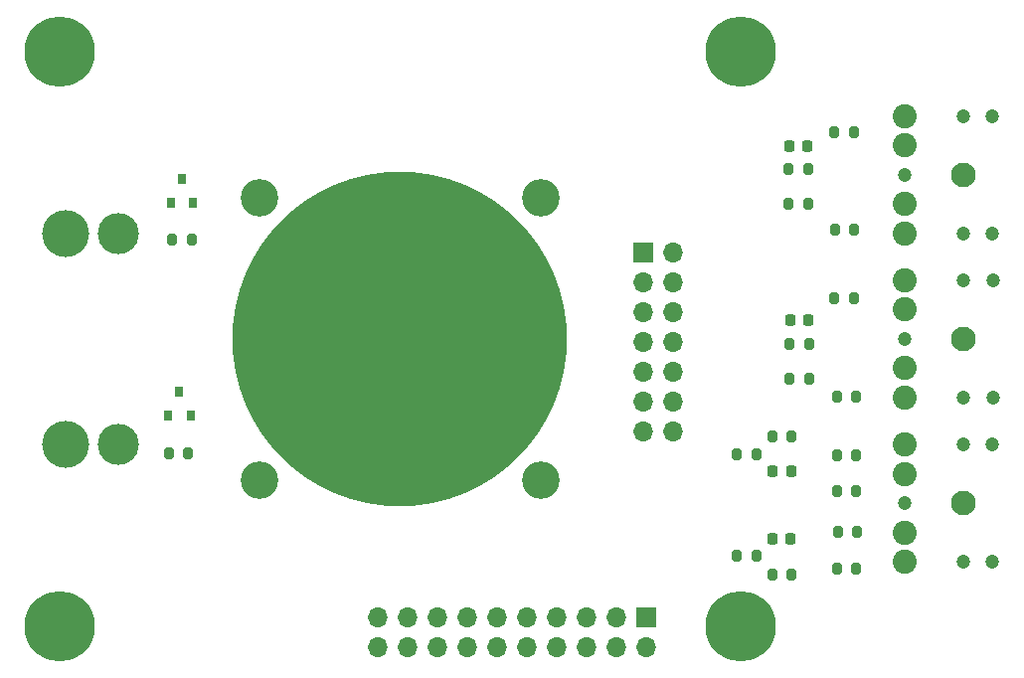
<source format=gbs>
%TF.GenerationSoftware,KiCad,Pcbnew,(6.0.1)*%
%TF.CreationDate,2022-01-27T00:37:02-06:00*%
%TF.ProjectId,Radioberry-I-O,52616469-6f62-4657-9272-792d492d4f2e,1.0*%
%TF.SameCoordinates,Original*%
%TF.FileFunction,Soldermask,Bot*%
%TF.FilePolarity,Negative*%
%FSLAX46Y46*%
G04 Gerber Fmt 4.6, Leading zero omitted, Abs format (unit mm)*
G04 Created by KiCad (PCBNEW (6.0.1)) date 2022-01-27 00:37:02*
%MOMM*%
%LPD*%
G01*
G04 APERTURE LIST*
G04 Aperture macros list*
%AMRoundRect*
0 Rectangle with rounded corners*
0 $1 Rounding radius*
0 $2 $3 $4 $5 $6 $7 $8 $9 X,Y pos of 4 corners*
0 Add a 4 corners polygon primitive as box body*
4,1,4,$2,$3,$4,$5,$6,$7,$8,$9,$2,$3,0*
0 Add four circle primitives for the rounded corners*
1,1,$1+$1,$2,$3*
1,1,$1+$1,$4,$5*
1,1,$1+$1,$6,$7*
1,1,$1+$1,$8,$9*
0 Add four rect primitives between the rounded corners*
20,1,$1+$1,$2,$3,$4,$5,0*
20,1,$1+$1,$4,$5,$6,$7,0*
20,1,$1+$1,$6,$7,$8,$9,0*
20,1,$1+$1,$8,$9,$2,$3,0*%
G04 Aperture macros list end*
%ADD10C,0.800000*%
%ADD11C,6.000000*%
%ADD12C,1.200000*%
%ADD13C,2.100000*%
%ADD14C,2.050000*%
%ADD15C,3.500000*%
%ADD16C,4.000000*%
%ADD17C,3.200000*%
%ADD18C,28.500000*%
%ADD19R,1.700000X1.700000*%
%ADD20O,1.700000X1.700000*%
%ADD21RoundRect,0.200000X0.200000X0.275000X-0.200000X0.275000X-0.200000X-0.275000X0.200000X-0.275000X0*%
%ADD22RoundRect,0.200000X-0.200000X-0.275000X0.200000X-0.275000X0.200000X0.275000X-0.200000X0.275000X0*%
%ADD23RoundRect,0.225000X0.225000X0.250000X-0.225000X0.250000X-0.225000X-0.250000X0.225000X-0.250000X0*%
%ADD24R,0.800000X0.900000*%
G04 APERTURE END LIST*
D10*
%TO.C,REF3*%
X54931891Y-101068109D03*
X53500000Y-104525000D03*
X55525000Y-102500000D03*
X53500000Y-100475000D03*
D11*
X53500000Y-102500000D03*
D10*
X54931891Y-103931891D03*
X52068109Y-103931891D03*
X52068109Y-101068109D03*
X51475000Y-102500000D03*
%TD*%
D12*
%TO.C,CN5*%
X130450000Y-59000000D03*
X132950000Y-59000000D03*
X132950000Y-69000000D03*
X130450000Y-69000000D03*
X125450000Y-64000000D03*
D13*
X130450000Y-64000000D03*
D14*
X125450000Y-59000000D03*
X125450000Y-69000000D03*
X125450000Y-61500000D03*
X125450000Y-66500000D03*
%TD*%
D10*
%TO.C,REF4*%
X112931891Y-101068109D03*
X110068109Y-101068109D03*
X112931891Y-103931891D03*
X113525000Y-102500000D03*
D11*
X111500000Y-102500000D03*
D10*
X109475000Y-102500000D03*
X111500000Y-100475000D03*
X111500000Y-104525000D03*
X110068109Y-103931891D03*
%TD*%
D15*
%TO.C,CN1*%
X58500000Y-87000000D03*
D16*
X54000000Y-87000000D03*
%TD*%
D17*
%TO.C,M1*%
X70500000Y-90000000D03*
X94500000Y-66000000D03*
D18*
X82500000Y-78000000D03*
D17*
X70500000Y-66000000D03*
X94500000Y-90000000D03*
%TD*%
D10*
%TO.C,REF1*%
X52068109Y-52068109D03*
X53500000Y-55525000D03*
X54931891Y-54931891D03*
X53500000Y-51475000D03*
X52068109Y-54931891D03*
X54931891Y-52068109D03*
X55525000Y-53500000D03*
X51475000Y-53500000D03*
D11*
X53500000Y-53500000D03*
%TD*%
D19*
%TO.C,J2*%
X103200000Y-70607000D03*
D20*
X105740000Y-70607000D03*
X103200000Y-73147000D03*
X105740000Y-73147000D03*
X103200000Y-75687000D03*
X105740000Y-75687000D03*
X103200000Y-78227000D03*
X105740000Y-78227000D03*
X103200000Y-80767000D03*
X105740000Y-80767000D03*
X103200000Y-83307000D03*
X105740000Y-83307000D03*
X103200000Y-85847000D03*
X105740000Y-85847000D03*
%TD*%
D12*
%TO.C,CN3*%
X130450000Y-97000000D03*
X125450000Y-92000000D03*
X132950000Y-97000000D03*
X130450000Y-87000000D03*
X132950000Y-87000000D03*
D13*
X130450000Y-92000000D03*
D14*
X125450000Y-87000000D03*
X125450000Y-97000000D03*
X125450000Y-89500000D03*
X125450000Y-94500000D03*
%TD*%
D10*
%TO.C,REF2*%
X110068109Y-54931891D03*
X113525000Y-53500000D03*
X111500000Y-51475000D03*
D11*
X111500000Y-53500000D03*
D10*
X112931891Y-52068109D03*
X112931891Y-54931891D03*
X109475000Y-53500000D03*
X111500000Y-55525000D03*
X110068109Y-52068109D03*
%TD*%
D15*
%TO.C,CN2*%
X58500000Y-69000000D03*
D16*
X54000000Y-69000000D03*
%TD*%
D12*
%TO.C,CN4*%
X130500000Y-73000000D03*
X125500000Y-78000000D03*
X133000000Y-83000000D03*
X130500000Y-83000000D03*
X133000000Y-73000000D03*
D13*
X130500000Y-78000000D03*
D14*
X125500000Y-73000000D03*
X125500000Y-83000000D03*
X125500000Y-75500000D03*
X125500000Y-80500000D03*
%TD*%
D21*
%TO.C,R105*%
X121325000Y-82900000D03*
X119675000Y-82900000D03*
%TD*%
%TO.C,R1*%
X64725000Y-69500000D03*
X63075000Y-69500000D03*
%TD*%
%TO.C,R5*%
X115825000Y-98100000D03*
X114175000Y-98100000D03*
%TD*%
D22*
%TO.C,R6*%
X111175000Y-96500000D03*
X112825000Y-96500000D03*
%TD*%
D21*
%TO.C,R4*%
X112825000Y-87800000D03*
X111175000Y-87800000D03*
%TD*%
D23*
%TO.C,C2*%
X115750000Y-95000000D03*
X114200000Y-95000000D03*
%TD*%
D21*
%TO.C,R106*%
X121125000Y-74500000D03*
X119475000Y-74500000D03*
%TD*%
%TO.C,R3*%
X115825000Y-86300000D03*
X114175000Y-86300000D03*
%TD*%
%TO.C,R101*%
X121425000Y-94400000D03*
X119775000Y-94400000D03*
%TD*%
D24*
%TO.C,Q1*%
X64850000Y-66400000D03*
X62950000Y-66400000D03*
X63900000Y-64400000D03*
%TD*%
D21*
%TO.C,R107*%
X121150000Y-68700000D03*
X119500000Y-68700000D03*
%TD*%
D23*
%TO.C,C3*%
X117275000Y-76400000D03*
X115725000Y-76400000D03*
%TD*%
D22*
%TO.C,R9*%
X115575000Y-63500000D03*
X117225000Y-63500000D03*
%TD*%
D21*
%TO.C,R103*%
X121325000Y-97600000D03*
X119675000Y-97600000D03*
%TD*%
D22*
%TO.C,R7*%
X115675000Y-78400000D03*
X117325000Y-78400000D03*
%TD*%
%TO.C,R10*%
X115575000Y-66500000D03*
X117225000Y-66500000D03*
%TD*%
D24*
%TO.C,Q2*%
X64650000Y-84500000D03*
X62750000Y-84500000D03*
X63700000Y-82500000D03*
%TD*%
D23*
%TO.C,C1*%
X115775000Y-89300000D03*
X114225000Y-89300000D03*
%TD*%
D21*
%TO.C,R104*%
X121325000Y-91000000D03*
X119675000Y-91000000D03*
%TD*%
%TO.C,R102*%
X121325000Y-87900000D03*
X119675000Y-87900000D03*
%TD*%
%TO.C,R2*%
X64450000Y-87700000D03*
X62800000Y-87700000D03*
%TD*%
D23*
%TO.C,C4*%
X117175000Y-61600000D03*
X115625000Y-61600000D03*
%TD*%
D21*
%TO.C,R108*%
X121125000Y-60400000D03*
X119475000Y-60400000D03*
%TD*%
D19*
%TO.C,J1*%
X103430000Y-101730000D03*
D20*
X103430000Y-104270000D03*
X100890000Y-101730000D03*
X100890000Y-104270000D03*
X98350000Y-101730000D03*
X98350000Y-104270000D03*
X95810000Y-101730000D03*
X95810000Y-104270000D03*
X93270000Y-101730000D03*
X93270000Y-104270000D03*
X90730000Y-101730000D03*
X90730000Y-104270000D03*
X88190000Y-101730000D03*
X88190000Y-104270000D03*
X85650000Y-101730000D03*
X85650000Y-104270000D03*
X83110000Y-101730000D03*
X83110000Y-104270000D03*
X80570000Y-101730000D03*
X80570000Y-104270000D03*
%TD*%
D22*
%TO.C,R8*%
X115675000Y-81400000D03*
X117325000Y-81400000D03*
%TD*%
M02*

</source>
